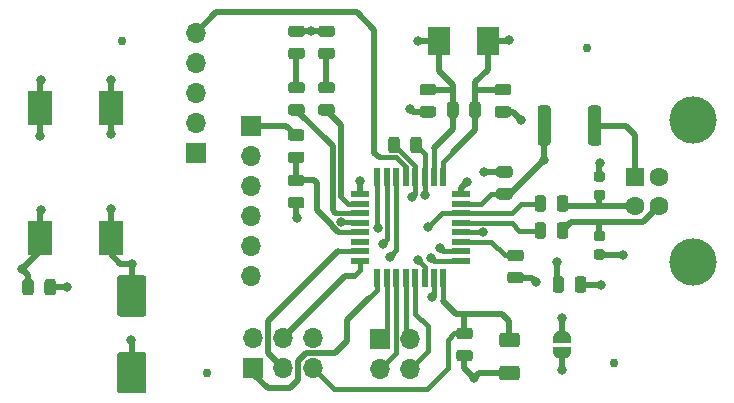
<source format=gtl>
G04 #@! TF.GenerationSoftware,KiCad,Pcbnew,6.0.11+dfsg-1~bpo11+1*
G04 #@! TF.CreationDate,2023-06-26T14:25:44+00:00*
G04 #@! TF.ProjectId,t1,74312e6b-6963-4616-945f-706362585858,${git_hash}*
G04 #@! TF.SameCoordinates,Original*
G04 #@! TF.FileFunction,Copper,L1,Top*
G04 #@! TF.FilePolarity,Positive*
%FSLAX46Y46*%
G04 Gerber Fmt 4.6, Leading zero omitted, Abs format (unit mm)*
G04 Created by KiCad (PCBNEW 6.0.11+dfsg-1~bpo11+1) date 2023-06-26 14:25:44*
%MOMM*%
%LPD*%
G01*
G04 APERTURE LIST*
G04 #@! TA.AperFunction,SMDPad,CuDef*
%ADD10C,0.750000*%
G04 #@! TD*
G04 #@! TA.AperFunction,SMDPad,CuDef*
%ADD11R,2.000000X3.000000*%
G04 #@! TD*
G04 #@! TA.AperFunction,ComponentPad*
%ADD12R,1.700000X1.700000*%
G04 #@! TD*
G04 #@! TA.AperFunction,ComponentPad*
%ADD13O,1.700000X1.700000*%
G04 #@! TD*
G04 #@! TA.AperFunction,SMDPad,CuDef*
%ADD14R,1.900000X2.400000*%
G04 #@! TD*
G04 #@! TA.AperFunction,ComponentPad*
%ADD15R,1.600000X1.600000*%
G04 #@! TD*
G04 #@! TA.AperFunction,ComponentPad*
%ADD16C,1.600000*%
G04 #@! TD*
G04 #@! TA.AperFunction,ComponentPad*
%ADD17C,4.000000*%
G04 #@! TD*
G04 #@! TA.AperFunction,SMDPad,CuDef*
%ADD18R,0.550000X1.600000*%
G04 #@! TD*
G04 #@! TA.AperFunction,SMDPad,CuDef*
%ADD19R,1.600000X0.550000*%
G04 #@! TD*
G04 #@! TA.AperFunction,ViaPad*
%ADD20C,0.800000*%
G04 #@! TD*
G04 #@! TA.AperFunction,Conductor*
%ADD21C,0.508000*%
G04 #@! TD*
G04 #@! TA.AperFunction,Conductor*
%ADD22C,0.381000*%
G04 #@! TD*
G04 APERTURE END LIST*
G04 #@! TA.AperFunction,SMDPad,CuDef*
G36*
G01*
X129835400Y-89894400D02*
X131835400Y-89894400D01*
G75*
G02*
X132085400Y-90144400I0J-250000D01*
G01*
X132085400Y-93144400D01*
G75*
G02*
X131835400Y-93394400I-250000J0D01*
G01*
X129835400Y-93394400D01*
G75*
G02*
X129585400Y-93144400I0J250000D01*
G01*
X129585400Y-90144400D01*
G75*
G02*
X129835400Y-89894400I250000J0D01*
G01*
G37*
G04 #@! TD.AperFunction*
G04 #@! TA.AperFunction,SMDPad,CuDef*
G36*
G01*
X129835400Y-96394400D02*
X131835400Y-96394400D01*
G75*
G02*
X132085400Y-96644400I0J-250000D01*
G01*
X132085400Y-99644400D01*
G75*
G02*
X131835400Y-99894400I-250000J0D01*
G01*
X129835400Y-99894400D01*
G75*
G02*
X129585400Y-99644400I0J250000D01*
G01*
X129585400Y-96644400D01*
G75*
G02*
X129835400Y-96394400I250000J0D01*
G01*
G37*
G04 #@! TD.AperFunction*
G04 #@! TA.AperFunction,SMDPad,CuDef*
G36*
G01*
X121575000Y-91356250D02*
X121575000Y-90443750D01*
G75*
G02*
X121818750Y-90200000I243750J0D01*
G01*
X122306250Y-90200000D01*
G75*
G02*
X122550000Y-90443750I0J-243750D01*
G01*
X122550000Y-91356250D01*
G75*
G02*
X122306250Y-91600000I-243750J0D01*
G01*
X121818750Y-91600000D01*
G75*
G02*
X121575000Y-91356250I0J243750D01*
G01*
G37*
G04 #@! TD.AperFunction*
G04 #@! TA.AperFunction,SMDPad,CuDef*
G36*
G01*
X123450000Y-91356250D02*
X123450000Y-90443750D01*
G75*
G02*
X123693750Y-90200000I243750J0D01*
G01*
X124181250Y-90200000D01*
G75*
G02*
X124425000Y-90443750I0J-243750D01*
G01*
X124425000Y-91356250D01*
G75*
G02*
X124181250Y-91600000I-243750J0D01*
G01*
X123693750Y-91600000D01*
G75*
G02*
X123450000Y-91356250I0J243750D01*
G01*
G37*
G04 #@! TD.AperFunction*
G04 #@! TA.AperFunction,SMDPad,CuDef*
G36*
G01*
X161803750Y-73691000D02*
X162716250Y-73691000D01*
G75*
G02*
X162960000Y-73934750I0J-243750D01*
G01*
X162960000Y-74422250D01*
G75*
G02*
X162716250Y-74666000I-243750J0D01*
G01*
X161803750Y-74666000D01*
G75*
G02*
X161560000Y-74422250I0J243750D01*
G01*
X161560000Y-73934750D01*
G75*
G02*
X161803750Y-73691000I243750J0D01*
G01*
G37*
G04 #@! TD.AperFunction*
G04 #@! TA.AperFunction,SMDPad,CuDef*
G36*
G01*
X161803750Y-75566000D02*
X162716250Y-75566000D01*
G75*
G02*
X162960000Y-75809750I0J-243750D01*
G01*
X162960000Y-76297250D01*
G75*
G02*
X162716250Y-76541000I-243750J0D01*
G01*
X161803750Y-76541000D01*
G75*
G02*
X161560000Y-76297250I0J243750D01*
G01*
X161560000Y-75809750D01*
G75*
G02*
X161803750Y-75566000I243750J0D01*
G01*
G37*
G04 #@! TD.AperFunction*
G04 #@! TA.AperFunction,SMDPad,CuDef*
G36*
G01*
X155453750Y-73691000D02*
X156366250Y-73691000D01*
G75*
G02*
X156610000Y-73934750I0J-243750D01*
G01*
X156610000Y-74422250D01*
G75*
G02*
X156366250Y-74666000I-243750J0D01*
G01*
X155453750Y-74666000D01*
G75*
G02*
X155210000Y-74422250I0J243750D01*
G01*
X155210000Y-73934750D01*
G75*
G02*
X155453750Y-73691000I243750J0D01*
G01*
G37*
G04 #@! TD.AperFunction*
G04 #@! TA.AperFunction,SMDPad,CuDef*
G36*
G01*
X155453750Y-75566000D02*
X156366250Y-75566000D01*
G75*
G02*
X156610000Y-75809750I0J-243750D01*
G01*
X156610000Y-76297250D01*
G75*
G02*
X156366250Y-76541000I-243750J0D01*
G01*
X155453750Y-76541000D01*
G75*
G02*
X155210000Y-76297250I0J243750D01*
G01*
X155210000Y-75809750D01*
G75*
G02*
X155453750Y-75566000I243750J0D01*
G01*
G37*
G04 #@! TD.AperFunction*
G04 #@! TA.AperFunction,SMDPad,CuDef*
G36*
G01*
X162865750Y-87729000D02*
X163778250Y-87729000D01*
G75*
G02*
X164022000Y-87972750I0J-243750D01*
G01*
X164022000Y-88460250D01*
G75*
G02*
X163778250Y-88704000I-243750J0D01*
G01*
X162865750Y-88704000D01*
G75*
G02*
X162622000Y-88460250I0J243750D01*
G01*
X162622000Y-87972750D01*
G75*
G02*
X162865750Y-87729000I243750J0D01*
G01*
G37*
G04 #@! TD.AperFunction*
G04 #@! TA.AperFunction,SMDPad,CuDef*
G36*
G01*
X162865750Y-89604000D02*
X163778250Y-89604000D01*
G75*
G02*
X164022000Y-89847750I0J-243750D01*
G01*
X164022000Y-90335250D01*
G75*
G02*
X163778250Y-90579000I-243750J0D01*
G01*
X162865750Y-90579000D01*
G75*
G02*
X162622000Y-90335250I0J243750D01*
G01*
X162622000Y-89847750D01*
G75*
G02*
X162865750Y-89604000I243750J0D01*
G01*
G37*
G04 #@! TD.AperFunction*
G04 #@! TA.AperFunction,SMDPad,CuDef*
G36*
G01*
X152549800Y-79323250D02*
X152549800Y-78410750D01*
G75*
G02*
X152793550Y-78167000I243750J0D01*
G01*
X153281050Y-78167000D01*
G75*
G02*
X153524800Y-78410750I0J-243750D01*
G01*
X153524800Y-79323250D01*
G75*
G02*
X153281050Y-79567000I-243750J0D01*
G01*
X152793550Y-79567000D01*
G75*
G02*
X152549800Y-79323250I0J243750D01*
G01*
G37*
G04 #@! TD.AperFunction*
G04 #@! TA.AperFunction,SMDPad,CuDef*
G36*
G01*
X154424800Y-79323250D02*
X154424800Y-78410750D01*
G75*
G02*
X154668550Y-78167000I243750J0D01*
G01*
X155156050Y-78167000D01*
G75*
G02*
X155399800Y-78410750I0J-243750D01*
G01*
X155399800Y-79323250D01*
G75*
G02*
X155156050Y-79567000I-243750J0D01*
G01*
X154668550Y-79567000D01*
G75*
G02*
X154424800Y-79323250I0J243750D01*
G01*
G37*
G04 #@! TD.AperFunction*
G04 #@! TA.AperFunction,SMDPad,CuDef*
G36*
G01*
X145210850Y-80393600D02*
X144298350Y-80393600D01*
G75*
G02*
X144054600Y-80149850I0J243750D01*
G01*
X144054600Y-79662350D01*
G75*
G02*
X144298350Y-79418600I243750J0D01*
G01*
X145210850Y-79418600D01*
G75*
G02*
X145454600Y-79662350I0J-243750D01*
G01*
X145454600Y-80149850D01*
G75*
G02*
X145210850Y-80393600I-243750J0D01*
G01*
G37*
G04 #@! TD.AperFunction*
G04 #@! TA.AperFunction,SMDPad,CuDef*
G36*
G01*
X145210850Y-78518600D02*
X144298350Y-78518600D01*
G75*
G02*
X144054600Y-78274850I0J243750D01*
G01*
X144054600Y-77787350D01*
G75*
G02*
X144298350Y-77543600I243750J0D01*
G01*
X145210850Y-77543600D01*
G75*
G02*
X145454600Y-77787350I0J-243750D01*
G01*
X145454600Y-78274850D01*
G75*
G02*
X145210850Y-78518600I-243750J0D01*
G01*
G37*
G04 #@! TD.AperFunction*
G04 #@! TA.AperFunction,SMDPad,CuDef*
G36*
G01*
X163439000Y-98799000D02*
X162189000Y-98799000D01*
G75*
G02*
X161939000Y-98549000I0J250000D01*
G01*
X161939000Y-97799000D01*
G75*
G02*
X162189000Y-97549000I250000J0D01*
G01*
X163439000Y-97549000D01*
G75*
G02*
X163689000Y-97799000I0J-250000D01*
G01*
X163689000Y-98549000D01*
G75*
G02*
X163439000Y-98799000I-250000J0D01*
G01*
G37*
G04 #@! TD.AperFunction*
G04 #@! TA.AperFunction,SMDPad,CuDef*
G36*
G01*
X163439000Y-95999000D02*
X162189000Y-95999000D01*
G75*
G02*
X161939000Y-95749000I0J250000D01*
G01*
X161939000Y-94999000D01*
G75*
G02*
X162189000Y-94749000I250000J0D01*
G01*
X163439000Y-94749000D01*
G75*
G02*
X163689000Y-94999000I0J-250000D01*
G01*
X163689000Y-95749000D01*
G75*
G02*
X163439000Y-95999000I-250000J0D01*
G01*
G37*
G04 #@! TD.AperFunction*
G04 #@! TA.AperFunction,SMDPad,CuDef*
G36*
G01*
X147776250Y-76375000D02*
X146863750Y-76375000D01*
G75*
G02*
X146620000Y-76131250I0J243750D01*
G01*
X146620000Y-75643750D01*
G75*
G02*
X146863750Y-75400000I243750J0D01*
G01*
X147776250Y-75400000D01*
G75*
G02*
X148020000Y-75643750I0J-243750D01*
G01*
X148020000Y-76131250D01*
G75*
G02*
X147776250Y-76375000I-243750J0D01*
G01*
G37*
G04 #@! TD.AperFunction*
G04 #@! TA.AperFunction,SMDPad,CuDef*
G36*
G01*
X147776250Y-74500000D02*
X146863750Y-74500000D01*
G75*
G02*
X146620000Y-74256250I0J243750D01*
G01*
X146620000Y-73768750D01*
G75*
G02*
X146863750Y-73525000I243750J0D01*
G01*
X147776250Y-73525000D01*
G75*
G02*
X148020000Y-73768750I0J-243750D01*
G01*
X148020000Y-74256250D01*
G75*
G02*
X147776250Y-74500000I-243750J0D01*
G01*
G37*
G04 #@! TD.AperFunction*
G04 #@! TA.AperFunction,SMDPad,CuDef*
G36*
G01*
X145236250Y-76375000D02*
X144323750Y-76375000D01*
G75*
G02*
X144080000Y-76131250I0J243750D01*
G01*
X144080000Y-75643750D01*
G75*
G02*
X144323750Y-75400000I243750J0D01*
G01*
X145236250Y-75400000D01*
G75*
G02*
X145480000Y-75643750I0J-243750D01*
G01*
X145480000Y-76131250D01*
G75*
G02*
X145236250Y-76375000I-243750J0D01*
G01*
G37*
G04 #@! TD.AperFunction*
G04 #@! TA.AperFunction,SMDPad,CuDef*
G36*
G01*
X145236250Y-74500000D02*
X144323750Y-74500000D01*
G75*
G02*
X144080000Y-74256250I0J243750D01*
G01*
X144080000Y-73768750D01*
G75*
G02*
X144323750Y-73525000I243750J0D01*
G01*
X145236250Y-73525000D01*
G75*
G02*
X145480000Y-73768750I0J-243750D01*
G01*
X145480000Y-74256250D01*
G75*
G02*
X145236250Y-74500000I-243750J0D01*
G01*
G37*
G04 #@! TD.AperFunction*
G04 #@! TA.AperFunction,SMDPad,CuDef*
G36*
G01*
X165194000Y-78666000D02*
X165194000Y-75766000D01*
G75*
G02*
X165444000Y-75516000I250000J0D01*
G01*
X166069000Y-75516000D01*
G75*
G02*
X166319000Y-75766000I0J-250000D01*
G01*
X166319000Y-78666000D01*
G75*
G02*
X166069000Y-78916000I-250000J0D01*
G01*
X165444000Y-78916000D01*
G75*
G02*
X165194000Y-78666000I0J250000D01*
G01*
G37*
G04 #@! TD.AperFunction*
G04 #@! TA.AperFunction,SMDPad,CuDef*
G36*
G01*
X169469000Y-78666000D02*
X169469000Y-75766000D01*
G75*
G02*
X169719000Y-75516000I250000J0D01*
G01*
X170344000Y-75516000D01*
G75*
G02*
X170594000Y-75766000I0J-250000D01*
G01*
X170594000Y-78666000D01*
G75*
G02*
X170344000Y-78916000I-250000J0D01*
G01*
X169719000Y-78916000D01*
G75*
G02*
X169469000Y-78666000I0J250000D01*
G01*
G37*
G04 #@! TD.AperFunction*
G04 #@! TA.AperFunction,SMDPad,CuDef*
G36*
G01*
X169319000Y-90221750D02*
X169319000Y-91134250D01*
G75*
G02*
X169075250Y-91378000I-243750J0D01*
G01*
X168587750Y-91378000D01*
G75*
G02*
X168344000Y-91134250I0J243750D01*
G01*
X168344000Y-90221750D01*
G75*
G02*
X168587750Y-89978000I243750J0D01*
G01*
X169075250Y-89978000D01*
G75*
G02*
X169319000Y-90221750I0J-243750D01*
G01*
G37*
G04 #@! TD.AperFunction*
G04 #@! TA.AperFunction,SMDPad,CuDef*
G36*
G01*
X167444000Y-90221750D02*
X167444000Y-91134250D01*
G75*
G02*
X167200250Y-91378000I-243750J0D01*
G01*
X166712750Y-91378000D01*
G75*
G02*
X166469000Y-91134250I0J243750D01*
G01*
X166469000Y-90221750D01*
G75*
G02*
X166712750Y-89978000I243750J0D01*
G01*
X167200250Y-89978000D01*
G75*
G02*
X167444000Y-90221750I0J-243750D01*
G01*
G37*
G04 #@! TD.AperFunction*
D10*
X169418000Y-70612000D03*
X171704000Y-97282000D03*
X129997200Y-70078600D03*
X137210800Y-98171000D03*
D11*
X123100000Y-75700000D03*
X129100000Y-75700000D03*
X129100000Y-86700000D03*
X123100000Y-86700000D03*
D12*
X136300000Y-79500000D03*
D13*
X136300000Y-76960000D03*
X136300000Y-74420000D03*
X136300000Y-71880000D03*
X136300000Y-69340000D03*
D12*
X151892000Y-95250000D03*
D13*
X154432000Y-95250000D03*
X151892000Y-97790000D03*
X154432000Y-97790000D03*
D12*
X141122400Y-97764600D03*
D13*
X141122400Y-95224600D03*
X143662400Y-97764600D03*
X143662400Y-95224600D03*
X146202400Y-97764600D03*
X146202400Y-95224600D03*
D12*
X140970000Y-77216000D03*
D13*
X140970000Y-79756000D03*
X140970000Y-82296000D03*
X140970000Y-84836000D03*
X140970000Y-87376000D03*
X140970000Y-89916000D03*
G04 #@! TA.AperFunction,SMDPad,CuDef*
G36*
X166509000Y-95633400D02*
G01*
X166509000Y-95133400D01*
X166513967Y-95133400D01*
X166515432Y-95053459D01*
X166557707Y-94918144D01*
X166636262Y-94800134D01*
X166744781Y-94708914D01*
X166874540Y-94651819D01*
X167009000Y-94634236D01*
X167009000Y-94633400D01*
X167509000Y-94633400D01*
X167509000Y-94634236D01*
X167515109Y-94633437D01*
X167655186Y-94655248D01*
X167783511Y-94715496D01*
X167889769Y-94809340D01*
X167965417Y-94929235D01*
X168004374Y-95065542D01*
X168003959Y-95133400D01*
X168009000Y-95133400D01*
X168009000Y-95633400D01*
X166509000Y-95633400D01*
G37*
G04 #@! TD.AperFunction*
G04 #@! TA.AperFunction,SMDPad,CuDef*
G36*
X168003959Y-96433400D02*
G01*
X168003508Y-96507305D01*
X167962889Y-96643126D01*
X167885782Y-96762088D01*
X167778385Y-96854626D01*
X167649333Y-96913303D01*
X167509000Y-96933400D01*
X167009000Y-96933400D01*
X166996784Y-96933251D01*
X166856983Y-96909731D01*
X166729404Y-96847919D01*
X166624300Y-96752784D01*
X166550123Y-96631974D01*
X166512834Y-96495201D01*
X166513967Y-96433400D01*
X166509000Y-96433400D01*
X166509000Y-95933400D01*
X168009000Y-95933400D01*
X168009000Y-96433400D01*
X168003959Y-96433400D01*
G37*
G04 #@! TD.AperFunction*
G04 #@! TA.AperFunction,SMDPad,CuDef*
G36*
G01*
X164945000Y-86562250D02*
X164945000Y-85649750D01*
G75*
G02*
X165188750Y-85406000I243750J0D01*
G01*
X165676250Y-85406000D01*
G75*
G02*
X165920000Y-85649750I0J-243750D01*
G01*
X165920000Y-86562250D01*
G75*
G02*
X165676250Y-86806000I-243750J0D01*
G01*
X165188750Y-86806000D01*
G75*
G02*
X164945000Y-86562250I0J243750D01*
G01*
G37*
G04 #@! TD.AperFunction*
G04 #@! TA.AperFunction,SMDPad,CuDef*
G36*
G01*
X166820000Y-86562250D02*
X166820000Y-85649750D01*
G75*
G02*
X167063750Y-85406000I243750J0D01*
G01*
X167551250Y-85406000D01*
G75*
G02*
X167795000Y-85649750I0J-243750D01*
G01*
X167795000Y-86562250D01*
G75*
G02*
X167551250Y-86806000I-243750J0D01*
G01*
X167063750Y-86806000D01*
G75*
G02*
X166820000Y-86562250I0J243750D01*
G01*
G37*
G04 #@! TD.AperFunction*
G04 #@! TA.AperFunction,SMDPad,CuDef*
G36*
G01*
X164945000Y-84276250D02*
X164945000Y-83363750D01*
G75*
G02*
X165188750Y-83120000I243750J0D01*
G01*
X165676250Y-83120000D01*
G75*
G02*
X165920000Y-83363750I0J-243750D01*
G01*
X165920000Y-84276250D01*
G75*
G02*
X165676250Y-84520000I-243750J0D01*
G01*
X165188750Y-84520000D01*
G75*
G02*
X164945000Y-84276250I0J243750D01*
G01*
G37*
G04 #@! TD.AperFunction*
G04 #@! TA.AperFunction,SMDPad,CuDef*
G36*
G01*
X166820000Y-84276250D02*
X166820000Y-83363750D01*
G75*
G02*
X167063750Y-83120000I243750J0D01*
G01*
X167551250Y-83120000D01*
G75*
G02*
X167795000Y-83363750I0J-243750D01*
G01*
X167795000Y-84276250D01*
G75*
G02*
X167551250Y-84520000I-243750J0D01*
G01*
X167063750Y-84520000D01*
G75*
G02*
X166820000Y-84276250I0J243750D01*
G01*
G37*
G04 #@! TD.AperFunction*
G04 #@! TA.AperFunction,SMDPad,CuDef*
G36*
G01*
X160383000Y-75421750D02*
X160383000Y-76334250D01*
G75*
G02*
X160139250Y-76578000I-243750J0D01*
G01*
X159651750Y-76578000D01*
G75*
G02*
X159408000Y-76334250I0J243750D01*
G01*
X159408000Y-75421750D01*
G75*
G02*
X159651750Y-75178000I243750J0D01*
G01*
X160139250Y-75178000D01*
G75*
G02*
X160383000Y-75421750I0J-243750D01*
G01*
G37*
G04 #@! TD.AperFunction*
G04 #@! TA.AperFunction,SMDPad,CuDef*
G36*
G01*
X158508000Y-75421750D02*
X158508000Y-76334250D01*
G75*
G02*
X158264250Y-76578000I-243750J0D01*
G01*
X157776750Y-76578000D01*
G75*
G02*
X157533000Y-76334250I0J243750D01*
G01*
X157533000Y-75421750D01*
G75*
G02*
X157776750Y-75178000I243750J0D01*
G01*
X158264250Y-75178000D01*
G75*
G02*
X158508000Y-75421750I0J-243750D01*
G01*
G37*
G04 #@! TD.AperFunction*
G04 #@! TA.AperFunction,SMDPad,CuDef*
G36*
G01*
X159460250Y-97183000D02*
X158547750Y-97183000D01*
G75*
G02*
X158304000Y-96939250I0J243750D01*
G01*
X158304000Y-96451750D01*
G75*
G02*
X158547750Y-96208000I243750J0D01*
G01*
X159460250Y-96208000D01*
G75*
G02*
X159704000Y-96451750I0J-243750D01*
G01*
X159704000Y-96939250D01*
G75*
G02*
X159460250Y-97183000I-243750J0D01*
G01*
G37*
G04 #@! TD.AperFunction*
G04 #@! TA.AperFunction,SMDPad,CuDef*
G36*
G01*
X159460250Y-95308000D02*
X158547750Y-95308000D01*
G75*
G02*
X158304000Y-95064250I0J243750D01*
G01*
X158304000Y-94576750D01*
G75*
G02*
X158547750Y-94333000I243750J0D01*
G01*
X159460250Y-94333000D01*
G75*
G02*
X159704000Y-94576750I0J-243750D01*
G01*
X159704000Y-95064250D01*
G75*
G02*
X159460250Y-95308000I-243750J0D01*
G01*
G37*
G04 #@! TD.AperFunction*
G04 #@! TA.AperFunction,SMDPad,CuDef*
G36*
G01*
X144298350Y-81379000D02*
X145210850Y-81379000D01*
G75*
G02*
X145454600Y-81622750I0J-243750D01*
G01*
X145454600Y-82110250D01*
G75*
G02*
X145210850Y-82354000I-243750J0D01*
G01*
X144298350Y-82354000D01*
G75*
G02*
X144054600Y-82110250I0J243750D01*
G01*
X144054600Y-81622750D01*
G75*
G02*
X144298350Y-81379000I243750J0D01*
G01*
G37*
G04 #@! TD.AperFunction*
G04 #@! TA.AperFunction,SMDPad,CuDef*
G36*
G01*
X144298350Y-83254000D02*
X145210850Y-83254000D01*
G75*
G02*
X145454600Y-83497750I0J-243750D01*
G01*
X145454600Y-83985250D01*
G75*
G02*
X145210850Y-84229000I-243750J0D01*
G01*
X144298350Y-84229000D01*
G75*
G02*
X144054600Y-83985250I0J243750D01*
G01*
X144054600Y-83497750D01*
G75*
G02*
X144298350Y-83254000I243750J0D01*
G01*
G37*
G04 #@! TD.AperFunction*
G04 #@! TA.AperFunction,SMDPad,CuDef*
G36*
G01*
X146863750Y-68749800D02*
X147776250Y-68749800D01*
G75*
G02*
X148020000Y-68993550I0J-243750D01*
G01*
X148020000Y-69481050D01*
G75*
G02*
X147776250Y-69724800I-243750J0D01*
G01*
X146863750Y-69724800D01*
G75*
G02*
X146620000Y-69481050I0J243750D01*
G01*
X146620000Y-68993550D01*
G75*
G02*
X146863750Y-68749800I243750J0D01*
G01*
G37*
G04 #@! TD.AperFunction*
G04 #@! TA.AperFunction,SMDPad,CuDef*
G36*
G01*
X146863750Y-70624800D02*
X147776250Y-70624800D01*
G75*
G02*
X148020000Y-70868550I0J-243750D01*
G01*
X148020000Y-71356050D01*
G75*
G02*
X147776250Y-71599800I-243750J0D01*
G01*
X146863750Y-71599800D01*
G75*
G02*
X146620000Y-71356050I0J243750D01*
G01*
X146620000Y-70868550D01*
G75*
G02*
X146863750Y-70624800I243750J0D01*
G01*
G37*
G04 #@! TD.AperFunction*
G04 #@! TA.AperFunction,SMDPad,CuDef*
G36*
G01*
X144323750Y-68749800D02*
X145236250Y-68749800D01*
G75*
G02*
X145480000Y-68993550I0J-243750D01*
G01*
X145480000Y-69481050D01*
G75*
G02*
X145236250Y-69724800I-243750J0D01*
G01*
X144323750Y-69724800D01*
G75*
G02*
X144080000Y-69481050I0J243750D01*
G01*
X144080000Y-68993550D01*
G75*
G02*
X144323750Y-68749800I243750J0D01*
G01*
G37*
G04 #@! TD.AperFunction*
G04 #@! TA.AperFunction,SMDPad,CuDef*
G36*
G01*
X144323750Y-70624800D02*
X145236250Y-70624800D01*
G75*
G02*
X145480000Y-70868550I0J-243750D01*
G01*
X145480000Y-71356050D01*
G75*
G02*
X145236250Y-71599800I-243750J0D01*
G01*
X144323750Y-71599800D01*
G75*
G02*
X144080000Y-71356050I0J243750D01*
G01*
X144080000Y-70868550D01*
G75*
G02*
X144323750Y-70624800I243750J0D01*
G01*
G37*
G04 #@! TD.AperFunction*
G04 #@! TA.AperFunction,SMDPad,CuDef*
G36*
G01*
X170177750Y-86125500D02*
X170690250Y-86125500D01*
G75*
G02*
X170909000Y-86344250I0J-218750D01*
G01*
X170909000Y-86781750D01*
G75*
G02*
X170690250Y-87000500I-218750J0D01*
G01*
X170177750Y-87000500D01*
G75*
G02*
X169959000Y-86781750I0J218750D01*
G01*
X169959000Y-86344250D01*
G75*
G02*
X170177750Y-86125500I218750J0D01*
G01*
G37*
G04 #@! TD.AperFunction*
G04 #@! TA.AperFunction,SMDPad,CuDef*
G36*
G01*
X170177750Y-87700500D02*
X170690250Y-87700500D01*
G75*
G02*
X170909000Y-87919250I0J-218750D01*
G01*
X170909000Y-88356750D01*
G75*
G02*
X170690250Y-88575500I-218750J0D01*
G01*
X170177750Y-88575500D01*
G75*
G02*
X169959000Y-88356750I0J218750D01*
G01*
X169959000Y-87919250D01*
G75*
G02*
X170177750Y-87700500I218750J0D01*
G01*
G37*
G04 #@! TD.AperFunction*
D14*
X160977800Y-70027800D03*
X156877800Y-70027800D03*
D15*
X173482000Y-81534000D03*
D16*
X173482000Y-84034000D03*
X175482000Y-84034000D03*
X175482000Y-81534000D03*
D17*
X178342000Y-76784000D03*
X178342000Y-88784000D03*
D18*
X157232000Y-81602000D03*
X156432000Y-81602000D03*
X155632000Y-81602000D03*
X154832000Y-81602000D03*
X154032000Y-81602000D03*
X153232000Y-81602000D03*
X152432000Y-81602000D03*
X151632000Y-81602000D03*
D19*
X150182000Y-83052000D03*
X150182000Y-83852000D03*
X150182000Y-84652000D03*
X150182000Y-85452000D03*
X150182000Y-86252000D03*
X150182000Y-87052000D03*
X150182000Y-87852000D03*
X150182000Y-88652000D03*
D18*
X151632000Y-90102000D03*
X152432000Y-90102000D03*
X153232000Y-90102000D03*
X154032000Y-90102000D03*
X154832000Y-90102000D03*
X155632000Y-90102000D03*
X156432000Y-90102000D03*
X157232000Y-90102000D03*
D19*
X158682000Y-88652000D03*
X158682000Y-87852000D03*
X158682000Y-87052000D03*
X158682000Y-86252000D03*
X158682000Y-85452000D03*
X158682000Y-84652000D03*
X158682000Y-83852000D03*
X158682000Y-83052000D03*
G04 #@! TA.AperFunction,SMDPad,CuDef*
G36*
G01*
X170690250Y-83546400D02*
X170177750Y-83546400D01*
G75*
G02*
X169959000Y-83327650I0J218750D01*
G01*
X169959000Y-82890150D01*
G75*
G02*
X170177750Y-82671400I218750J0D01*
G01*
X170690250Y-82671400D01*
G75*
G02*
X170909000Y-82890150I0J-218750D01*
G01*
X170909000Y-83327650D01*
G75*
G02*
X170690250Y-83546400I-218750J0D01*
G01*
G37*
G04 #@! TD.AperFunction*
G04 #@! TA.AperFunction,SMDPad,CuDef*
G36*
G01*
X170690250Y-81971400D02*
X170177750Y-81971400D01*
G75*
G02*
X169959000Y-81752650I0J218750D01*
G01*
X169959000Y-81315150D01*
G75*
G02*
X170177750Y-81096400I218750J0D01*
G01*
X170690250Y-81096400D01*
G75*
G02*
X170909000Y-81315150I0J-218750D01*
G01*
X170909000Y-81752650D01*
G75*
G02*
X170690250Y-81971400I-218750J0D01*
G01*
G37*
G04 #@! TD.AperFunction*
G04 #@! TA.AperFunction,SMDPad,CuDef*
G36*
G01*
X162838450Y-83492400D02*
X161925950Y-83492400D01*
G75*
G02*
X161682200Y-83248650I0J243750D01*
G01*
X161682200Y-82761150D01*
G75*
G02*
X161925950Y-82517400I243750J0D01*
G01*
X162838450Y-82517400D01*
G75*
G02*
X163082200Y-82761150I0J-243750D01*
G01*
X163082200Y-83248650D01*
G75*
G02*
X162838450Y-83492400I-243750J0D01*
G01*
G37*
G04 #@! TD.AperFunction*
G04 #@! TA.AperFunction,SMDPad,CuDef*
G36*
G01*
X162838450Y-81617400D02*
X161925950Y-81617400D01*
G75*
G02*
X161682200Y-81373650I0J243750D01*
G01*
X161682200Y-80886150D01*
G75*
G02*
X161925950Y-80642400I243750J0D01*
G01*
X162838450Y-80642400D01*
G75*
G02*
X163082200Y-80886150I0J-243750D01*
G01*
X163082200Y-81373650D01*
G75*
G02*
X162838450Y-81617400I-243750J0D01*
G01*
G37*
G04 #@! TD.AperFunction*
D20*
X154355800Y-75793600D03*
X123113800Y-73329800D03*
X129108200Y-77952600D03*
X167259000Y-97942400D03*
X155676600Y-83058000D03*
X163830000Y-76758800D03*
X125349000Y-90906600D03*
X130810000Y-95351600D03*
X129082800Y-73380600D03*
X144830800Y-85064600D03*
X123088400Y-78130400D03*
X159842200Y-98602800D03*
X154533600Y-83286600D03*
X146024600Y-69240400D03*
X159181800Y-81965800D03*
X130835400Y-88900000D03*
X129108200Y-84302600D03*
X121564400Y-89331800D03*
X123139200Y-84404200D03*
X162763200Y-70002400D03*
X155041600Y-70078600D03*
X160680400Y-81153000D03*
X166878000Y-88773000D03*
X160553400Y-86233000D03*
X167233600Y-93522800D03*
X165049200Y-90449400D03*
X165735000Y-80162400D03*
X170459400Y-80416400D03*
X172389800Y-88138000D03*
X170561000Y-90678000D03*
X156895800Y-87553800D03*
X156159200Y-88392000D03*
X156286200Y-91694000D03*
X155067000Y-88595200D03*
X152679400Y-88315800D03*
X152069800Y-87223600D03*
X151689100Y-85852000D03*
X150139400Y-81889600D03*
X148595111Y-85389689D03*
X155956000Y-85775802D03*
D21*
X144754600Y-84988400D02*
X144830800Y-85064600D01*
X125342400Y-90900000D02*
X125349000Y-90906600D01*
X129100000Y-75700000D02*
X129100000Y-77944400D01*
D22*
X155632000Y-83013400D02*
X155676600Y-83058000D01*
D21*
X144754600Y-83741500D02*
X144754600Y-84988400D01*
X123937500Y-90900000D02*
X125342400Y-90900000D01*
X123100000Y-75700000D02*
X123100000Y-78118800D01*
X163124700Y-76053500D02*
X163830000Y-76758800D01*
D22*
X155632000Y-79586700D02*
X154912300Y-78867000D01*
X155632000Y-81602000D02*
X155632000Y-83013400D01*
D21*
X123100000Y-75700000D02*
X123100000Y-73343600D01*
X154615700Y-76053500D02*
X154355800Y-75793600D01*
X123100000Y-73343600D02*
X123113800Y-73329800D01*
X162260000Y-76053500D02*
X163124700Y-76053500D01*
X155910000Y-76053500D02*
X154615700Y-76053500D01*
X167259000Y-96433400D02*
X167259000Y-97942400D01*
X130835400Y-95377000D02*
X130810000Y-95351600D01*
X129100000Y-73397800D02*
X129082800Y-73380600D01*
X129100000Y-77944400D02*
X129108200Y-77952600D01*
X123100000Y-78118800D02*
X123088400Y-78130400D01*
D22*
X155632000Y-81602000D02*
X155632000Y-79586700D01*
D21*
X130835400Y-98144400D02*
X130835400Y-95377000D01*
X129100000Y-75700000D02*
X129100000Y-73397800D01*
X123100000Y-84443400D02*
X123139200Y-84404200D01*
X144780000Y-69237300D02*
X146021500Y-69237300D01*
D22*
X154832000Y-82988200D02*
X154533600Y-83286600D01*
D21*
X129100000Y-84310800D02*
X129108200Y-84302600D01*
X162814000Y-98174000D02*
X160271000Y-98174000D01*
X158682000Y-83052000D02*
X158682000Y-82465600D01*
D22*
X154832000Y-80661700D02*
X153037300Y-78867000D01*
D21*
X159004000Y-97764600D02*
X159842200Y-98602800D01*
X123100000Y-86700000D02*
X123100000Y-84443400D01*
X146021500Y-69237300D02*
X146024600Y-69240400D01*
X159004000Y-96695500D02*
X159004000Y-97764600D01*
X123100000Y-86700000D02*
X123100000Y-87796200D01*
X129100000Y-86700000D02*
X129100000Y-84310800D01*
X129870200Y-88900000D02*
X130835400Y-88900000D01*
X122062500Y-89829900D02*
X121564400Y-89331800D01*
X122062500Y-90900000D02*
X122062500Y-89829900D01*
X130835400Y-91644400D02*
X130835400Y-88900000D01*
X160271000Y-98174000D02*
X159842200Y-98602800D01*
X146027700Y-69237300D02*
X146024600Y-69240400D01*
D22*
X154832000Y-81602000D02*
X154832000Y-80661700D01*
D21*
X158682000Y-82465600D02*
X159181800Y-81965800D01*
X123100000Y-87796200D02*
X121564400Y-89331800D01*
X129100000Y-88129800D02*
X129870200Y-88900000D01*
X129100000Y-86700000D02*
X129100000Y-88129800D01*
X147320000Y-69237300D02*
X146027700Y-69237300D01*
D22*
X154832000Y-81602000D02*
X154832000Y-82988200D01*
D21*
X162260000Y-74178500D02*
X159954300Y-74178500D01*
X162737800Y-70027800D02*
X162763200Y-70002400D01*
D22*
X157232000Y-80283400D02*
X158038800Y-79476600D01*
D21*
X159895500Y-73555900D02*
X160977800Y-72473600D01*
X160977800Y-72473600D02*
X160977800Y-70027800D01*
X158038800Y-79476600D02*
X159895500Y-77619900D01*
X159954300Y-74178500D02*
X159895500Y-74119700D01*
X159895500Y-75878000D02*
X159895500Y-74119700D01*
X160977800Y-70027800D02*
X162737800Y-70027800D01*
D22*
X157232000Y-81602000D02*
X157232000Y-80283400D01*
D21*
X159895500Y-77619900D02*
X159895500Y-75878000D01*
X159895500Y-74119700D02*
X159895500Y-73555900D01*
X155910000Y-74178500D02*
X157875900Y-74178500D01*
X156827000Y-70078600D02*
X156877800Y-70027800D01*
X158020500Y-75878000D02*
X158020500Y-77513700D01*
X155041600Y-70078600D02*
X156827000Y-70078600D01*
X158020500Y-75878000D02*
X158020500Y-74033900D01*
D22*
X156438600Y-79095600D02*
X156432000Y-79102200D01*
D21*
X158020500Y-74033900D02*
X158020500Y-73768700D01*
D22*
X156432000Y-79102200D02*
X156432000Y-81602000D01*
D21*
X158020500Y-77513700D02*
X156438600Y-79095600D01*
X156877800Y-72626000D02*
X156877800Y-70027800D01*
X157875900Y-74178500D02*
X158020500Y-74033900D01*
X158020500Y-73768700D02*
X156877800Y-72626000D01*
D22*
X158682000Y-86252000D02*
X160534400Y-86252000D01*
D21*
X160703500Y-81129900D02*
X160680400Y-81153000D01*
X166878000Y-88773000D02*
X166878000Y-90599500D01*
X163322000Y-90091500D02*
X164691300Y-90091500D01*
X167259000Y-95133400D02*
X167259000Y-93548200D01*
X162382200Y-81129900D02*
X160703500Y-81129900D01*
D22*
X160534400Y-86252000D02*
X160553400Y-86233000D01*
D21*
X166878000Y-90599500D02*
X166956500Y-90678000D01*
X164691300Y-90091500D02*
X165049200Y-90449400D01*
X167259000Y-93548200D02*
X167233600Y-93522800D01*
D22*
X161245400Y-87052000D02*
X162409900Y-88216500D01*
X158682000Y-87052000D02*
X161245400Y-87052000D01*
X162409900Y-88216500D02*
X163322000Y-88216500D01*
X160369000Y-83852000D02*
X161216100Y-83004900D01*
D21*
X162382200Y-83004900D02*
X162892500Y-83004900D01*
X162892500Y-83004900D02*
X165735000Y-80162400D01*
D22*
X158682000Y-83852000D02*
X160369000Y-83852000D01*
D21*
X165756500Y-77216000D02*
X165756500Y-80140900D01*
D22*
X161216100Y-83004900D02*
X162382200Y-83004900D01*
D21*
X165756500Y-80140900D02*
X165735000Y-80162400D01*
X140970000Y-77216000D02*
X143939500Y-77216000D01*
X143939500Y-77216000D02*
X144754600Y-78031100D01*
X146507200Y-82092800D02*
X146280900Y-81866500D01*
X147777200Y-85674200D02*
X146507200Y-84404200D01*
X147777200Y-85712200D02*
X147777200Y-85674200D01*
X146280900Y-81866500D02*
X144754600Y-81866500D01*
X146507200Y-84404200D02*
X146507200Y-82092800D01*
X148317000Y-86252000D02*
X147777200Y-85712200D01*
D22*
X150182000Y-86252000D02*
X148317000Y-86252000D01*
D21*
X144754600Y-79906100D02*
X144754600Y-81866500D01*
X158267400Y-93141800D02*
X157226000Y-92100400D01*
X159004000Y-93294200D02*
X159004000Y-94820500D01*
D22*
X157581600Y-95351600D02*
X158112700Y-94820500D01*
X158112700Y-94820500D02*
X159004000Y-94820500D01*
X146202400Y-97764600D02*
X147929600Y-99491800D01*
D21*
X159156400Y-93141800D02*
X158267400Y-93141800D01*
D22*
X157232000Y-92094400D02*
X157232000Y-90102000D01*
D21*
X162179000Y-93141800D02*
X159156400Y-93141800D01*
D22*
X157581600Y-97713800D02*
X157581600Y-95351600D01*
X157226000Y-92100400D02*
X157232000Y-92094400D01*
D21*
X162814000Y-95374000D02*
X162814000Y-93776800D01*
X162814000Y-93776800D02*
X162179000Y-93141800D01*
X159156400Y-93141800D02*
X159004000Y-93294200D01*
D22*
X147929600Y-99491800D02*
X155803600Y-99491800D01*
X155803600Y-99491800D02*
X157581600Y-97713800D01*
D21*
X147320000Y-71112300D02*
X147320000Y-74012500D01*
D22*
X149175478Y-83852000D02*
X148564600Y-83241122D01*
X150182000Y-83852000D02*
X149175478Y-83852000D01*
D21*
X148564600Y-83241122D02*
X148564600Y-77132100D01*
X148564600Y-77132100D02*
X147320000Y-75887500D01*
X144780000Y-71112300D02*
X144780000Y-74012500D01*
X144780000Y-75887500D02*
X147853400Y-78960900D01*
X147853400Y-78960900D02*
X147853400Y-84404200D01*
D22*
X150162800Y-84632800D02*
X150182000Y-84652000D01*
D21*
X147853400Y-84404200D02*
X148082000Y-84632800D01*
D22*
X148082000Y-84632800D02*
X150162800Y-84632800D01*
D21*
X173482000Y-81534000D02*
X173482000Y-78028800D01*
X173482000Y-78028800D02*
X172669200Y-77216000D01*
X172669200Y-77216000D02*
X170031500Y-77216000D01*
X170434000Y-81762500D02*
X170434000Y-80441800D01*
X170434000Y-88138000D02*
X172389800Y-88138000D01*
X170434000Y-80441800D02*
X170459400Y-80416400D01*
X168831500Y-90678000D02*
X170561000Y-90678000D01*
X175482000Y-84034000D02*
X174121200Y-85394800D01*
X170307000Y-85394800D02*
X168018700Y-85394800D01*
X170434000Y-86563000D02*
X170434000Y-85521800D01*
X168018700Y-85394800D02*
X167307500Y-86106000D01*
X174121200Y-85394800D02*
X170307000Y-85394800D01*
X170434000Y-85521800D02*
X170307000Y-85394800D01*
X170368600Y-84034000D02*
X167521500Y-84034000D01*
X173482000Y-84034000D02*
X170368600Y-84034000D01*
X167521500Y-84034000D02*
X167307500Y-83820000D01*
X170434000Y-83108900D02*
X170434000Y-83968600D01*
X170434000Y-83968600D02*
X170368600Y-84034000D01*
D22*
X154032000Y-80753000D02*
X153188910Y-79909910D01*
D21*
X149885400Y-67640200D02*
X137999800Y-67640200D01*
X151741110Y-79909910D02*
X151358600Y-79527400D01*
X151358600Y-79527400D02*
X151358600Y-69113400D01*
X137999800Y-67640200D02*
X136300000Y-69340000D01*
X151358600Y-69113400D02*
X149885400Y-67640200D01*
D22*
X153188910Y-79909910D02*
X151741110Y-79909910D01*
X154032000Y-81602000D02*
X154032000Y-80753000D01*
X158682000Y-87852000D02*
X157194000Y-87852000D01*
X157194000Y-87852000D02*
X156895800Y-87553800D01*
X156419200Y-88652000D02*
X156159200Y-88392000D01*
X158682000Y-88652000D02*
X156419200Y-88652000D01*
X156432000Y-90102000D02*
X156432000Y-91548200D01*
X156432000Y-91548200D02*
X156286200Y-91694000D01*
X155632000Y-90102000D02*
X155632000Y-89160200D01*
X155632000Y-89160200D02*
X155067000Y-88595200D01*
X155879800Y-94183200D02*
X155879800Y-96342200D01*
X155879800Y-96342200D02*
X154432000Y-97790000D01*
X154832000Y-90102000D02*
X154832000Y-93135400D01*
X154832000Y-93135400D02*
X155879800Y-94183200D01*
X153232000Y-96450000D02*
X151892000Y-97790000D01*
X153232000Y-90102000D02*
X153232000Y-96450000D01*
X154032000Y-94850000D02*
X154432000Y-95250000D01*
X154032000Y-90102000D02*
X154032000Y-94850000D01*
X152432000Y-94710000D02*
X151892000Y-95250000D01*
X152432000Y-90102000D02*
X152432000Y-94710000D01*
D21*
X148894800Y-89992200D02*
X149656800Y-89992200D01*
D22*
X149656800Y-89992200D02*
X150182000Y-89467000D01*
X150182000Y-89467000D02*
X150182000Y-88652000D01*
D21*
X143662400Y-95224600D02*
X148894800Y-89992200D01*
X143662400Y-97764600D02*
X142405999Y-96508199D01*
D22*
X148590000Y-87858600D02*
X148596600Y-87852000D01*
D21*
X148285200Y-87858600D02*
X148310600Y-87858600D01*
X142405999Y-96508199D02*
X142405999Y-93737801D01*
D22*
X148310600Y-87858600D02*
X148590000Y-87858600D01*
D21*
X142405999Y-93737801D02*
X148285200Y-87858600D01*
D22*
X148596600Y-87852000D02*
X150182000Y-87852000D01*
D21*
X148044799Y-96508199D02*
X149098000Y-95454998D01*
X150952200Y-91846400D02*
X150952200Y-91821000D01*
X141122400Y-97764600D02*
X141122400Y-98247200D01*
D22*
X150952200Y-91821000D02*
X151632000Y-91141200D01*
D21*
X141122400Y-98247200D02*
X142341600Y-99466400D01*
X149098000Y-93700600D02*
X150952200Y-91846400D01*
D22*
X151632000Y-91141200D02*
X151632000Y-90102000D01*
D21*
X149098000Y-95454998D02*
X149098000Y-93700600D01*
X144272000Y-99466400D02*
X144945999Y-98792401D01*
X144945999Y-97161527D02*
X145599327Y-96508199D01*
X144945999Y-98792401D02*
X144945999Y-97161527D01*
X145599327Y-96508199D02*
X148044799Y-96508199D01*
X142341600Y-99466400D02*
X144272000Y-99466400D01*
D22*
X153232000Y-87763200D02*
X152679400Y-88315800D01*
X153232000Y-81602000D02*
X153232000Y-87763200D01*
X152432000Y-81602000D02*
X152432000Y-86861400D01*
X152432000Y-86861400D02*
X152069800Y-87223600D01*
X151632000Y-85794900D02*
X151689100Y-85852000D01*
X151632000Y-81602000D02*
X151632000Y-85794900D01*
D21*
X150139400Y-81889600D02*
X150139400Y-83009400D01*
X150139400Y-83009400D02*
X150182000Y-83052000D01*
D22*
X148595111Y-85389689D02*
X150119689Y-85389689D01*
X150119689Y-85389689D02*
X150182000Y-85452000D01*
X158682000Y-85452000D02*
X162998200Y-85452000D01*
X162998200Y-85452000D02*
X163652200Y-86106000D01*
X163652200Y-86106000D02*
X165432500Y-86106000D01*
X158682000Y-84652000D02*
X162998000Y-84652000D01*
X162998000Y-84652000D02*
X163830000Y-83820000D01*
X163830000Y-83820000D02*
X165432500Y-83820000D01*
X157079802Y-84652000D02*
X155956000Y-85775802D01*
X158682000Y-84652000D02*
X157079802Y-84652000D01*
M02*

</source>
